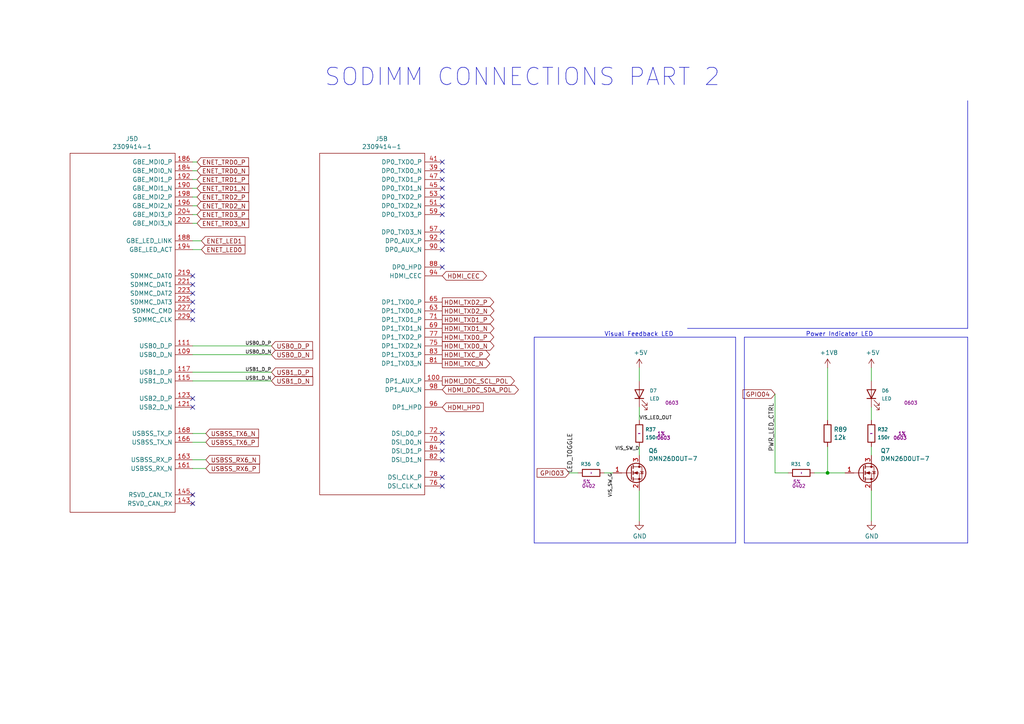
<source format=kicad_sch>
(kicad_sch (version 20231120) (generator "eeschema") (generator_version "8.0")
  (paper "A4")
  (title_block (title "Open Source Educational Baseboard") (date "2020-06-30") (rev "1.1") (company "NVIDIA"))
  (lib_symbols
    (symbol "CustomSymbols:SODIMM_260" (pin_names (offset 0.762))
      (property "Reference" "J" (at -8.89 7.62 0))
      (property "Value" "SODIMM_260" (at -8.89 5.08 0))
      (symbol "SODIMM_260_1_0"
        (pin input line (at 20.32 -27.94 180) (length 5.08) (name "PCIE0_RX0_N") (number "131"))
        (pin input line (at 20.32 -25.4 180) (length 5.08) (name "PCIE0_RX0_P") (number "133"))
        (pin output line (at 20.32 -5.08 180) (length 5.08) (name "PCIE0_TX0_N") (number "134"))
        (pin output line (at 20.32 -2.54 180) (length 5.08) (name "PCIE0_TX0_P") (number "136"))
        (pin input line (at 20.32 -33.02 180) (length 5.08) (name "PCIE0_RX1_N") (number "137"))
        (pin input line (at 20.32 -30.48 180) (length 5.08) (name "PCIE0_RX1_P") (number "139"))
        (pin output line (at 20.32 -10.16 180) (length 5.08) (name "PCIE0_TX1_N") (number "140"))
        (pin output line (at 20.32 -7.62 180) (length 5.08) (name "PCIE0_TX1_P") (number "142"))
        (pin output line (at 20.32 -15.24 180) (length 5.08) (name "PCIE0_TX2_N") (number "148"))
        (pin input line (at 20.32 -38.1 180) (length 5.08) (name "PCIE0_RX2_N") (number "149"))
        (pin output line (at 20.32 -12.7 180) (length 5.08) (name "PCIE0_TX2_P") (number "150"))
        (pin input line (at 20.32 -35.56 180) (length 5.08) (name "PCIE0_RX2_P") (number "151"))
        (pin output line (at 20.32 -20.32 180) (length 5.08) (name "PCIE0_TX3_N") (number "154"))
        (pin input line (at 20.32 -43.18 180) (length 5.08) (name "PCIE0_RX3_N") (number "155"))
        (pin output line (at 20.32 -17.78 180) (length 5.08) (name "PCIE0_TX3_P") (number "156"))
        (pin input line (at 20.32 -40.64 180) (length 5.08) (name "PCIE0_RX3_P") (number "157"))
        (pin output line (at 20.32 -50.8 180) (length 5.08) (name "PCIE0_CLK_N") (number "160"))
        (pin output line (at 20.32 -48.26 180) (length 5.08) (name "PCIE0_CLK_P") (number "162"))
        (pin no_connect line (at 20.32 -76.2 180) (length 5.08) (name "RSVD_PCIE1_RX0_N") (number "167"))
        (pin no_connect line (at 20.32 -73.66 180) (length 5.08) (name "RSVD_PCIE1_RX0_P") (number "169"))
        (pin no_connect line (at 20.32 -68.58 180) (length 5.08) (name "RSVD_PCIE1_TX0_N") (number "172"))
        (pin no_connect line (at 20.32 -81.28 180) (length 5.08) (name "RSVD_PCIE1_CLK_N") (number "173"))
        (pin no_connect line (at 20.32 -71.12 180) (length 5.08) (name "RSVD_PCIE1_TX0_P") (number "174"))
        (pin no_connect line (at 20.32 -78.74 180) (length 5.08) (name "RSVD_PCIE1_CLK_P") (number "175"))
        (pin input line (at 20.32 -60.96 180) (length 5.08) (name "~{PCIE_WAKE}") (number "179"))
        (pin bidirectional line (at 20.32 -58.42 180) (length 5.08) (name "~{PCIE0_CLKREQ}") (number "180"))
        (pin output line (at 20.32 -55.88 180) (length 5.08) (name "~{PCIE0_RST}") (number "181"))
        (pin no_connect line (at 20.32 -86.36 180) (length 5.08) (name "RSVD_PCIE1_CLKREQ#") (number "182"))
        (pin no_connect line (at 20.32 -83.82 180) (length 5.08) (name "RSVD_PCIE1_RST#") (number "183"))
      )
      (symbol "SODIMM_260_1_1"
        (rectangle (start 15.24 0) (end -15.24 -88.9))
      )
      (symbol "SODIMM_260_2_0"
        (pin bidirectional line (at 20.32 -66.04 180) (length 5.08) (name "DP1_AUX_P") (number "100"))
        (pin output line (at 20.32 -5.08 180) (length 5.08) (name "DP0_TXD0_N") (number "39"))
        (pin output line (at 20.32 -2.54 180) (length 5.08) (name "DP0_TXD0_P") (number "41"))
        (pin output line (at 20.32 -10.16 180) (length 5.08) (name "DP0_TXD1_N") (number "45"))
        (pin output line (at 20.32 -7.62 180) (length 5.08) (name "DP0_TXD1_P") (number "47"))
        (pin output line (at 20.32 -15.24 180) (length 5.08) (name "DP0_TXD2_N") (number "51"))
        (pin output line (at 20.32 -12.7 180) (length 5.08) (name "DP0_TXD2_P") (number "53"))
        (pin output line (at 20.32 -22.86 180) (length 5.08) (name "DP0_TXD3_N") (number "57"))
        (pin output line (at 20.32 -17.78 180) (length 5.08) (name "DP0_TXD3_P") (number "59"))
        (pin output line (at 20.32 -45.72 180) (length 5.08) (name "DP1_TXD0_N") (number "63"))
        (pin output line (at 20.32 -43.18 180) (length 5.08) (name "DP1_TXD0_P") (number "65"))
        (pin output line (at 20.32 -50.8 180) (length 5.08) (name "DP1_TXD1_N") (number "69"))
        (pin output line (at 20.32 -83.82 180) (length 5.08) (name "DSI_D0_N") (number "70"))
        (pin output line (at 20.32 -48.26 180) (length 5.08) (name "DP1_TXD1_P") (number "71"))
        (pin output line (at 20.32 -81.28 180) (length 5.08) (name "DSI_D0_P") (number "72"))
        (pin output line (at 20.32 -55.88 180) (length 5.08) (name "DP1_TXD2_N") (number "75"))
        (pin output line (at 20.32 -96.52 180) (length 5.08) (name "DSI_CLK_N") (number "76"))
        (pin output line (at 20.32 -53.34 180) (length 5.08) (name "DP1_TXD2_P") (number "77"))
        (pin output line (at 20.32 -93.98 180) (length 5.08) (name "DSI_CLK_P") (number "78"))
        (pin output line (at 20.32 -60.96 180) (length 5.08) (name "DP1_TXD3_N") (number "81"))
        (pin output line (at 20.32 -88.9 180) (length 5.08) (name "DSI_D1_N") (number "82"))
        (pin output line (at 20.32 -58.42 180) (length 5.08) (name "DP1_TXD3_P") (number "83"))
        (pin output line (at 20.32 -86.36 180) (length 5.08) (name "DSI_D1_P") (number "84"))
        (pin input line (at 20.32 -33.02 180) (length 5.08) (name "DP0_HPD") (number "88"))
        (pin bidirectional line (at 20.32 -27.94 180) (length 5.08) (name "DP0_AUX_N") (number "90"))
        (pin bidirectional line (at 20.32 -25.4 180) (length 5.08) (name "DP0_AUX_P") (number "92"))
        (pin bidirectional line (at 20.32 -35.56 180) (length 5.08) (name "HDMI_CEC") (number "94"))
        (pin input line (at 20.32 -73.66 180) (length 5.08) (name "DP1_HPD") (number "96"))
        (pin bidirectional line (at 20.32 -68.58 180) (length 5.08) (name "DP1_AUX_N") (number "98"))
      )
      (symbol "SODIMM_260_2_1"
        (rectangle (start 15.24 0) (end -15.24 -99.06))
      )
      (symbol "SODIMM_260_3_0"
        (polyline (pts (xy 1.27 -138.43) (xy 1.27 -143.51)))
        (polyline (pts (xy 1.27 -125.73) (xy 1.27 -135.89)))
        (text "1.8V" (at -2.54 -130.81 0) (effects (font (size 1.524 1.524))))
        (text "3.3V" (at -2.54 -140.97 0) (effects (font (size 1.524 1.524))))
        (pin input line (at 20.32 -17.78 180) (length 5.08) (name "CSI0_CLK_N") (number "10"))
        (pin no_connect line (at 20.32 -38.1 180) (length 5.08) (name "RSVD_CSI1_CLK_P") (number "11"))
        (pin output line (at 20.32 -129.54 180) (length 5.08) (name "CAM0_PWDN") (number "114"))
        (pin output line (at 20.32 -127 180) (length 5.08) (name "CAM0_MCLK") (number "116"))
        (pin input line (at 20.32 -15.24 180) (length 5.08) (name "CSI0_CLK_P") (number "12"))
        (pin output line (at 20.32 -134.62 180) (length 5.08) (name "CAM1_PWDN") (number "120"))
        (pin output line (at 20.32 -132.08 180) (length 5.08) (name "CAM1_MCLK") (number "122"))
        (pin input line (at 20.32 -33.02 180) (length 5.08) (name "CSI1_D1_N") (number "15"))
        (pin input line (at 20.32 -10.16 180) (length 5.08) (name "CSI0_D1_N") (number "16"))
        (pin input line (at 20.32 -30.48 180) (length 5.08) (name "CSI1_D1_P") (number "17"))
        (pin input line (at 20.32 -7.62 180) (length 5.08) (name "CSI0_D1_P") (number "18"))
        (pin input line (at 20.32 -73.66 180) (length 5.08) (name "CSI3_D0_N") (number "21"))
        (pin bidirectional line (at 20.32 -139.7 180) (length 5.08) (name "CAM_I2C_SCL") (number "213"))
        (pin bidirectional line (at 20.32 -142.24 180) (length 5.08) (name "CAM_I2C_SDA") (number "215"))
        (pin input line (at 20.32 -50.8 180) (length 5.08) (name "CSI2_D0_N") (number "22"))
        (pin input line (at 20.32 -71.12 180) (length 5.08) (name "CSI3_D0_P") (number "23"))
        (pin input line (at 20.32 -48.26 180) (length 5.08) (name "CSI2_D0_P") (number "24"))
        (pin input line (at 20.32 -86.36 180) (length 5.08) (name "CSI3_CLK_N") (number "27"))
        (pin input line (at 20.32 -63.5 180) (length 5.08) (name "CSI2_CLK_N") (number "28"))
        (pin input line (at 20.32 -83.82 180) (length 5.08) (name "CSI3_CLK_P") (number "29"))
        (pin input line (at 20.32 -27.94 180) (length 5.08) (name "CSI1_D0_N") (number "3"))
        (pin input line (at 20.32 -60.96 180) (length 5.08) (name "CSI2_CLK_P") (number "30"))
        (pin input line (at 20.32 -78.74 180) (length 5.08) (name "CSI3_D1_N") (number "33"))
        (pin input line (at 20.32 -55.88 180) (length 5.08) (name "CSI2_D1_N") (number "34"))
        (pin input line (at 20.32 -76.2 180) (length 5.08) (name "CSI3_D1_P") (number "35"))
        (pin input line (at 20.32 -53.34 180) (length 5.08) (name "CSI2_D1_P") (number "36"))
        (pin input line (at 20.32 -5.08 180) (length 5.08) (name "CSI0_D0_N") (number "4"))
        (pin input line (at 20.32 -106.68 180) (length 5.08) (name "CSI4_D2_N") (number "40"))
        (pin input line (at 20.32 -104.14 180) (length 5.08) (name "CSI4_D2_P") (number "42"))
        (pin input line (at 20.32 -96.52 180) (length 5.08) (name "CSI4_D0_N") (number "46"))
        (pin input line (at 20.32 -93.98 180) (length 5.08) (name "CSI4_D0_P") (number "48"))
        (pin input line (at 20.32 -25.4 180) (length 5.08) (name "CSI1_D0_P") (number "5"))
        (pin input line (at 20.32 -119.38 180) (length 5.08) (name "CSI4_CLK_N") (number "52"))
        (pin input line (at 20.32 -116.84 180) (length 5.08) (name "CSI4_CLK_P") (number "54"))
        (pin input line (at 20.32 -101.6 180) (length 5.08) (name "CSI4_D1_N") (number "58"))
        (pin input line (at 20.32 -2.54 180) (length 5.08) (name "CSI0_D0_P") (number "6"))
        (pin input line (at 20.32 -99.06 180) (length 5.08) (name "CSI4_D1_P") (number "60"))
        (pin input line (at 20.32 -111.76 180) (length 5.08) (name "CSI4_D3_N") (number "64"))
        (pin input line (at 20.32 -109.22 180) (length 5.08) (name "CSI4_D3_P") (number "66"))
        (pin no_connect line (at 20.32 -40.64 180) (length 5.08) (name "RSVD_CSI1_CLK_N") (number "9"))
      )
      (symbol "SODIMM_260_3_1"
        (rectangle (start 15.24 0) (end -15.24 -144.78))
      )
      (symbol "SODIMM_260_4_0"
        (pin bidirectional line (at 20.32 -58.42 180) (length 5.08) (name "USB0_D_N") (number "109"))
        (pin bidirectional line (at 20.32 -55.88 180) (length 5.08) (name "USB0_D_P") (number "111"))
        (pin bidirectional line (at 20.32 -66.04 180) (length 5.08) (name "USB1_D_N") (number "115"))
        (pin bidirectional line (at 20.32 -63.5 180) (length 5.08) (name "USB1_D_P") (number "117"))
        (pin bidirectional line (at 20.32 -73.66 180) (length 5.08) (name "USB2_D_N") (number "121"))
        (pin bidirectional line (at 20.32 -71.12 180) (length 5.08) (name "USB2_D_P") (number "123"))
        (pin no_connect line (at 20.32 -101.6 180) (length 5.08) (name "RSVD_CAN_RX") (number "143"))
        (pin no_connect line (at 20.32 -99.06 180) (length 5.08) (name "RSVD_CAN_TX") (number "145"))
        (pin input line (at 20.32 -91.44 180) (length 5.08) (name "USBSS_RX_N") (number "161"))
        (pin input line (at 20.32 -88.9 180) (length 5.08) (name "USBSS_RX_P") (number "163"))
        (pin output line (at 20.32 -83.82 180) (length 5.08) (name "USBSS_TX_N") (number "166"))
        (pin output line (at 20.32 -81.28 180) (length 5.08) (name "USBSS_TX_P") (number "168"))
        (pin bidirectional line (at 20.32 -5.08 180) (length 5.08) (name "GBE_MDI0_N") (number "184"))
        (pin bidirectional line (at 20.32 -2.54 180) (length 5.08) (name "GBE_MDI0_P") (number "186"))
        (pin output line (at 20.32 -25.4 180) (length 5.08) (name "GBE_LED_LINK") (number "188"))
        (pin bidirectional line (at 20.32 -10.16 180) (length 5.08) (name "GBE_MDI1_N") (number "190"))
        (pin bidirectional line (at 20.32 -7.62 180) (length 5.08) (name "GBE_MDI1_P") (number "192"))
        (pin output line (at 20.32 -27.94 180) (length 5.08) (name "GBE_LED_ACT") (number "194"))
        (pin bidirectional line (at 20.32 -15.24 180) (length 5.08) (name "GBE_MDI2_N") (number "196"))
        (pin bidirectional line (at 20.32 -12.7 180) (length 5.08) (name "GBE_MDI2_P") (number "198"))
        (pin bidirectional line (at 20.32 -20.32 180) (length 5.08) (name "GBE_MDI3_N") (number "202"))
        (pin bidirectional line (at 20.32 -17.78 180) (length 5.08) (name "GBE_MDI3_P") (number "204"))
        (pin bidirectional line (at 20.32 -35.56 180) (length 5.08) (name "SDMMC_DAT0") (number "219"))
        (pin bidirectional line (at 20.32 -38.1 180) (length 5.08) (name "SDMMC_DAT1") (number "221"))
        (pin bidirectional line (at 20.32 -40.64 180) (length 5.08) (name "SDMMC_DAT2") (number "223"))
        (pin bidirectional line (at 20.32 -43.18 180) (length 5.08) (name "SDMMC_DAT3") (number "225"))
        (pin bidirectional line (at 20.32 -45.72 180) (length 5.08) (name "SDMMC_CMD") (number "227"))
        (pin output line (at 20.32 -48.26 180) (length 5.08) (name "SDMMC_CLK") (number "229"))
      )
      (symbol "SODIMM_260_4_1"
        (rectangle (start 15.24 0) (end -15.24 -104.14))
      )
      (symbol "SODIMM_260_5_0"
        (polyline (pts (xy -3.81 -113.03) (xy -3.81 -118.11)))
        (polyline (pts (xy 2.54 -100.33) (xy 2.54 -110.49)))
        (polyline (pts (xy 2.54 -87.63) (xy 2.54 -97.79)))
        (polyline (pts (xy 2.54 -69.85) (xy 2.54 -82.55)))
        (polyline (pts (xy 2.54 -54.61) (xy 2.54 -67.31)))
        (polyline (pts (xy 2.54 -39.37) (xy 2.54 -49.53)))
        (polyline (pts (xy 2.54 -26.67) (xy 2.54 -36.83)))
        (polyline (pts (xy 5.08 -16.51) (xy 5.08 -21.59)))
        (polyline (pts (xy 5.08 -1.27) (xy 5.08 -13.97)))
        (text "1.8V" (at -7.62 -115.57 0) (effects (font (size 1.524 1.524))))
        (text "1.8V" (at -1.27 -105.41 0) (effects (font (size 1.524 1.524))))
        (text "1.8V" (at -1.27 -92.71 0) (effects (font (size 1.524 1.524))))
        (text "1.8V" (at -1.27 -76.2 0) (effects (font (size 1.524 1.524))))
        (text "1.8V" (at -1.27 -60.96 0) (effects (font (size 1.524 1.524))))
        (text "1.8V" (at -1.27 -44.45 0) (effects (font (size 1.524 1.524))))
        (text "1.8V" (at -1.27 -31.75 0) (effects (font (size 1.524 1.524))))
        (text "1.8V" (at 1.27 -19.05 0) (effects (font (size 1.524 1.524))))
        (text "3.3V" (at 1.27 -11.43 0) (effects (font (size 1.524 1.524))))
        (text "3.3V" (at 1.27 -3.81 0) (effects (font (size 1.524 1.524))))
        (pin input line (at 20.32 -91.44 180) (length 5.08) (name "UART0_RXD") (number "101"))
        (pin output line (at 20.32 -93.98 180) (length 5.08) (name "UART0_RTS") (number "103"))
        (pin bidirectional line (at 20.32 -73.66 180) (length 5.08) (name "SPI1_MOSI") (number "104"))
        (pin input line (at 20.32 -96.52 180) (length 5.08) (name "UART0_CTS") (number "105"))
        (pin bidirectional line (at 20.32 -76.2 180) (length 5.08) (name "SPI1_SCK") (number "106"))
        (pin bidirectional line (at 20.32 -71.12 180) (length 5.08) (name "SPI1_MISO") (number "108"))
        (pin bidirectional line (at 20.32 -78.74 180) (length 5.08) (name "SPI1_CS0") (number "110"))
        (pin bidirectional line (at 20.32 -81.28 180) (length 5.08) (name "SPI1_CS1") (number "112"))
        (pin bidirectional line (at 20.32 -2.54 180) (length 5.08) (name "I2C0_SCL") (number "185"))
        (pin bidirectional line (at 20.32 -5.08 180) (length 5.08) (name "I2C0_SDA") (number "187"))
        (pin bidirectional line (at 20.32 -10.16 180) (length 5.08) (name "I2C1_SCL") (number "189"))
        (pin bidirectional line (at 20.32 -12.7 180) (length 5.08) (name "I2C1_SDA") (number "191"))
        (pin passive line (at 20.32 -27.94 180) (length 5.08) (name "I2S0_DOUT") (number "193"))
        (pin input line (at 20.32 -30.48 180) (length 5.08) (name "I2S0_DIN") (number "195"))
        (pin bidirectional line (at 20.32 -33.02 180) (length 5.08) (name "I2S0_FS") (number "197"))
        (pin bidirectional line (at 20.32 -35.56 180) (length 5.08) (name "I2S0_SCLK") (number "199"))
        (pin output line (at 20.32 -101.6 180) (length 5.08) (name "UART1_TXD") (number "203"))
        (pin input line (at 20.32 -104.14 180) (length 5.08) (name "UART1_RXD") (number "205"))
        (pin output line (at 20.32 -106.68 180) (length 5.08) (name "UART1_RTS") (number "207"))
        (pin input line (at 20.32 -109.22 180) (length 5.08) (name "UART1_CTS") (number "209"))
        (pin output line (at 20.32 -40.64 180) (length 5.08) (name "I2S1_DOUT") (number "220"))
        (pin input line (at 20.32 -43.18 180) (length 5.08) (name "I2S1_DIN") (number "222"))
        (pin bidirectional line (at 20.32 -45.72 180) (length 5.08) (name "I2S1_FS") (number "224"))
        (pin bidirectional line (at 20.32 -48.26 180) (length 5.08) (name "I2S1_SCLK") (number "226"))
        (pin bidirectional line (at 20.32 -17.78 180) (length 5.08) (name "I2C2_SCL") (number "232"))
        (pin bidirectional line (at 20.32 -20.32 180) (length 5.08) (name "I2C2_SDA") (number "234"))
        (pin output line (at 20.32 -116.84 180) (length 5.08) (name "UART2_TXD_DEBUG") (number "236"))
        (pin input line (at 20.32 -114.3 180) (length 5.08) (name "UART2_RXD_DEBUG") (number "238"))
        (pin bidirectional line (at 20.32 -58.42 180) (length 5.08) (name "SPI0_MOSI") (number "89"))
        (pin bidirectional line (at 20.32 -60.96 180) (length 5.08) (name "SPI0_SCK") (number "91"))
        (pin bidirectional line (at 20.32 -55.88 180) (length 5.08) (name "SPI0_MISO") (number "93"))
        (pin bidirectional line (at 20.32 -63.5 180) (length 5.08) (name "SPI0_CS0") (number "95"))
        (pin bidirectional line (at 20.32 -66.04 180) (length 5.08) (name "SPI0_CS1") (number "97"))
        (pin output line (at 20.32 -88.9 180) (length 5.08) (name "UART0_TXD") (number "99"))
      )
      (symbol "SODIMM_260_5_1"
        (rectangle (start 15.24 0) (end -15.24 -119.38))
      )
      (symbol "SODIMM_260_6_0"
        (pin bidirectional line (at 20.32 -30.48 180) (length 5.08) (name "GPIO01_CLK") (number "118"))
        (pin bidirectional line (at 20.32 -33.02 180) (length 5.08) (name "GPIO02") (number "124"))
        (pin bidirectional line (at 20.32 -35.56 180) (length 5.08) (name "GPIO03") (number "126"))
        (pin bidirectional line (at 20.32 -38.1 180) (length 5.08) (name "GPIO04") (number "127"))
        (pin bidirectional line (at 20.32 -40.64 180) (length 5.08) (name "GPIO05") (number "128"))
        (pin bidirectional line (at 20.32 -43.18 180) (length 5.08) (name "GPIO06") (number "130"))
        (pin output line (at 20.32 -10.16 180) (length 5.08) (name "~{MOD_SLEEP}") (number "178"))
        (pin bidirectional line (at 20.32 -45.72 180) (length 5.08) (name "GPIO07_PWM") (number "206"))
        (pin bidirectional line (at 20.32 -48.26 180) (length 5.08) (name "GPIO08_SDMMC_CD") (number "208"))
        (pin output line (at 20.32 -2.54 180) (length 5.08) (name "CLK_32K_OUT") (number "210"))
        (pin bidirectional line (at 20.32 -50.8 180) (length 5.08) (name "GPIO09_AUD_MCLK") (number "211"))
        (pin bidirectional line (at 20.32 -53.34 180) (length 5.08) (name "GPIO10") (number "212"))
        (pin input line (at 20.32 -5.08 180) (length 5.08) (name "~{FORCE_RECOVERY}") (number "214"))
        (pin bidirectional line (at 20.32 -55.88 180) (length 5.08) (name "GPIO11_CLK") (number "216"))
        (pin bidirectional line (at 20.32 -58.42 180) (length 5.08) (name "GPIO12") (number "218"))
        (pin bidirectional line (at 20.32 -60.96 180) (length 5.08) (name "GPIO13_PWM") (number "228"))
        (pin bidirectional line (at 20.32 -63.5 180) (length 5.08) (name "GPIO14_PWM") (number "230"))
        (pin output line (at 20.32 -7.62 180) (length 5.08) (name "~{SHUTDOWN_REQ}") (number "233"))
        (pin bidirectional line (at 20.32 -12.7 180) (length 5.08) (name "PMIC_BBAT") (number "235"))
        (pin input line (at 20.32 -15.24 180) (length 5.08) (name "POWER_EN") (number "237"))
        (pin bidirectional line (at 20.32 -20.32 180) (length 5.08) (name "~{SYS_RESET}") (number "239"))
        (pin output line (at 20.32 -17.78 180) (length 5.08) (name "~{SLEEP_WAKE}") (number "240"))
        (pin bidirectional line (at 20.32 -27.94 180) (length 5.08) (name "GPIO00_USB_VBUS_EN0") (number "87"))
      )
      (symbol "SODIMM_260_6_1"
        (rectangle (start 15.24 0) (end -15.24 -66.04))
      )
      (symbol "SODIMM_260_7_0"
        (pin power_in line (at 20.32 -2.54 180) (length 5.08) (name "GND") (number "1"))
        (pin power_in line (at 20.32 -78.74 180) (length 5.08) (name "GND") (number "102"))
        (pin power_in line (at 20.32 -81.28 180) (length 5.08) (name "GND") (number "107"))
        (pin power_in line (at 20.32 -83.82 180) (length 5.08) (name "GND") (number "113"))
        (pin power_in line (at 20.32 -86.36 180) (length 5.08) (name "GND") (number "119"))
        (pin power_in line (at 20.32 -88.9 180) (length 5.08) (name "GND") (number "125"))
        (pin power_in line (at 20.32 -91.44 180) (length 5.08) (name "GND") (number "129"))
        (pin power_in line (at 20.32 -12.7 180) (length 5.08) (name "GND") (number "13"))
        (pin power_in line (at 20.32 -93.98 180) (length 5.08) (name "GND") (number "132"))
        (pin power_in line (at 20.32 -96.52 180) (length 5.08) (name "GND") (number "135"))
        (pin power_in line (at 20.32 -99.06 180) (length 5.08) (name "GND") (number "138"))
        (pin power_in line (at 20.32 -15.24 180) (length 5.08) (name "GND") (number "14"))
        (pin power_in line (at 20.32 -101.6 180) (length 5.08) (name "GND") (number "141"))
        (pin power_in line (at 20.32 -104.14 180) (length 5.08) (name "GND") (number "144"))
        (pin power_in line (at 20.32 -106.68 180) (length 5.08) (name "GND") (number "146"))
        (pin power_in line (at 20.32 -109.22 180) (length 5.08) (name "GND") (number "147"))
        (pin power_in line (at 20.32 -111.76 180) (length 5.08) (name "GND") (number "152"))
        (pin power_in line (at 20.32 -114.3 180) (length 5.08) (name "GND") (number "153"))
        (pin power_in line (at 20.32 -116.84 180) (length 5.08) (name "GND") (number "158"))
        (pin power_in line (at 20.32 -119.38 180) (length 5.08) (name "GND") (number "159"))
        (pin power_in line (at 20.32 -121.92 180) (length 5.08) (name "GND") (number "164"))
        (pin power_in line (at 20.32 -124.46 180) (length 5.08) (name "GND") (number "165"))
        (pin power_in line (at 20.32 -127 180) (length 5.08) (name "GND") (number "170"))
        (pin power_in line (at 20.32 -129.54 180) (length 5.08) (name "GND") (number "171"))
        (pin power_in line (at 20.32 -132.08 180) (length 5.08) (name "GND") (number "176"))
        (pin power_in line (at 20.32 -134.62 180) (length 5.08) (name "GND") (number "177"))
        (pin power_in line (at 20.32 -17.78 180) (length 5.08) (name "GND") (number "19"))
        (pin power_in line (at 20.32 -5.08 180) (length 5.08) (name "GND") (number "2"))
        (pin power_in line (at 20.32 -20.32 180) (length 5.08) (name "GND") (number "20"))
        (pin power_in line (at 20.32 -137.16 180) (length 5.08) (name "GND") (number "200"))
        (pin power_in line (at 20.32 -139.7 180) (length 5.08) (name "GND") (number "201"))
        (pin power_in line (at 20.32 -142.24 180) (length 5.08) (name "GND") (number "217"))
        (pin power_in line (at 20.32 -144.78 180) (length 5.08) (name "GND") (number "231"))
        (pin power_in line (at 20.32 -22.86 180) (length 5.08) (name "GND") (number "25"))
        (pin power_in line (at 20.32 -25.4 180) (length 5.08) (name "GND") (number "26"))
        (pin power_in line (at 20.32 -27.94 180) (length 5.08) (name "GND") (number "31"))
        (pin power_in line (at 20.32 -30.48 180) (length 5.08) (name "GND") (number "32"))
        (pin power_in line (at 20.32 -33.02 180) (length 5.08) (name "GND") (number "37"))
        (pin power_in line (at 20.32 -35.56 180) (length 5.08) (name "GND") (number "38"))
        (pin power_in line (at 20.32 -38.1 180) (length 5.08) (name "GND") (number "43"))
        (pin power_in line (at 20.32 -40.64 180) (length 5.08) (name "GND") (number "44"))
        (pin power_in line (at 20.32 -43.18 180) (length 5.08) (name "GND") (number "49"))
        (pin power_in line (at 20.32 -45.72 180) (length 5.08) (name "GND") (number "50"))
        (pin power_in line (at 20.32 -48.26 180) (length 5.08) (name "GND") (number "55"))
        (pin power_in line (at 20.32 -50.8 180) (length 5.08) (name "GND") (number "56"))
        (pin power_in line (at 20.32 -53.34 180) (length 5.08) (name "GND") (number "61"))
        (pin power_in line (at 20.32 -55.88 180) (length 5.08) (name "GND") (number "62"))
        (pin power_in line (at 20.32 -58.42 180) (length 5.08) (name "GND") (number "67"))
        (pin power_in line (at 20.32 -60.96 180) (length 5.08) (name "GND") (number "68"))
        (pin power_in line (at 20.32 -7.62 180) (length 5.08) (name "GND") (number "7"))
        (pin power_in line (at 20.32 -63.5 180) (length 5.08) (name "GND") (number "73"))
        (pin power_in line (at 20.32 -66.04 180) (length 5.08) (name "GND") (number "74"))
        (pin power_in line (at 20.32 -68.58 180) (length 5.08) (name "GND") (number "79"))
        (pin power_in line (at 20.32 -10.16 180) (length 5.08) (name "GND") (number "8"))
        (pin power_in line (at 20.32 -71.12 180) (length 5.08) (name "GND") (number "80"))
        (pin power_in line (at 20.32 -73.66 180) (length 5.08) (name "GND") (number "85"))
        (pin power_in line (at 20.32 -76.2 180) (length 5.08) (name "GND") (number "86"))
      )
      (symbol "SODIMM_260_7_1"
        (rectangle (start 15.24 0) (end -15.24 -147.32))
      )
      (symbol "SODIMM_260_8_0"
        (pin power_in line (at 20.32 -33.02 180) (length 5.08) (name "GND") (number "241"))
        (pin power_in line (at 20.32 -35.56 180) (length 5.08) (name "GND") (number "242"))
        (pin power_in line (at 20.32 -38.1 180) (length 5.08) (name "GND") (number "243"))
        (pin power_in line (at 20.32 -40.64 180) (length 5.08) (name "GND") (number "244"))
        (pin power_in line (at 20.32 -43.18 180) (length 5.08) (name "GND") (number "245"))
        (pin power_in line (at 20.32 -45.72 180) (length 5.08) (name "GND") (number "246"))
        (pin power_in line (at 20.32 -48.26 180) (length 5.08) (name "GND") (number "247"))
        (pin power_in line (at 20.32 -50.8 180) (length 5.08) (name "GND") (number "248"))
        (pin power_in line (at 20.32 -53.34 180) (length 5.08) (name "GND") (number "249"))
        (pin power_in line (at 20.32 -55.88 180) (length 5.08) (name "GND") (number "250"))
        (pin power_in line (at 20.32 -2.54 180) (length 5.08) (name "VDD") (number "251"))
        (pin power_in line (at 20.32 -5.08 180) (length 5.08) (name "VDD") (number "252"))
        (pin power_in line (at 20.32 -7.62 180) (length 5.08) (name "VDD") (number "253"))
        (pin power_in line (at 20.32 -10.16 180) (length 5.08) (name "VDD") (number "254"))
        (pin power_in line (at 20.32 -12.7 180) (length 5.08) (name "VDD") (number "255"))
        (pin power_in line (at 20.32 -15.24 180) (length 5.08) (name "VDD") (number "256"))
        (pin power_in line (at 20.32 -17.78 180) (length 5.08) (name "VDD") (number "257"))
        (pin power_in line (at 20.32 -20.32 180) (length 5.08) (name "VDD") (number "258"))
        (pin power_in line (at 20.32 -22.86 180) (length 5.08) (name "VDD") (number "259"))
        (pin power_in line (at 20.32 -25.4 180) (length 5.08) (name "VDD") (number "260"))
      )
      (symbol "SODIMM_260_8_1"
        (rectangle (start 15.24 0) (end -15.24 -58.42))
      )
    )
    (symbol "Device:LED" (pin_numbers hide) (pin_names (offset 1.016) hide)
      (property "Reference" "D" (at 0 2.54 0))
      (property "Value" "LED" (at 0 -2.54 0))
      (symbol "LED_0_1"
        (polyline (pts (xy -1.27 -1.27) (xy -1.27 1.27)) (stroke (width 0.254)))
        (polyline (pts (xy -1.27 0) (xy 1.27 0)))
        (polyline (pts (xy 1.27 -1.27) (xy 1.27 1.27) (xy -1.27 0) (xy 1.27 -1.27)) (stroke (width 0.254)))
        (polyline (pts (xy -3.048 -0.762) (xy -4.572 -2.286) (xy -3.81 -2.286) (xy -4.572 -2.286) (xy -4.572 -1.524)))
        (polyline (pts (xy -1.778 -0.762) (xy -3.302 -2.286) (xy -2.54 -2.286) (xy -3.302 -2.286) (xy -3.302 -1.524)))
      )
      (symbol "LED_1_1"
        (pin passive line (at -3.81 0 0) (length 2.54) (name "K") (number "1"))
        (pin passive line (at 3.81 0 180) (length 2.54) (name "A") (number "2"))
      )
    )
    (symbol "Device:R" (pin_numbers hide) (pin_names (offset 0))
      (property "Reference" "R" (at 2.032 0 90))
      (property "Value" "R" (at 0 0 90))
      (symbol "R_0_1"
        (rectangle (start -1.016 -2.54) (end 1.016 2.54) (stroke (width 0.254)))
      )
      (symbol "R_1_1"
        (pin passive line (at 0 3.81 270) (length 1.27) (name "~") (number "1"))
        (pin passive line (at 0 -3.81 90) (length 1.27) (name "~") (number "2"))
      )
    )
    (symbol "Transistor_FET:2N7002" (pin_names hide)
      (property "Reference" "Q" (at 5.08 1.905 0))
      (property "Value" "2N7002" (at 5.08 0 0))
      (symbol "2N7002_0_1"
        (polyline (pts (xy 0.254 0) (xy -2.54 0)))
        (polyline (pts (xy 0.254 1.905) (xy 0.254 -1.905)) (stroke (width 0.254)))
        (polyline (pts (xy 0.762 -1.27) (xy 0.762 -2.286)) (stroke (width 0.254)))
        (polyline (pts (xy 0.762 0.508) (xy 0.762 -0.508)) (stroke (width 0.254)))
        (polyline (pts (xy 0.762 2.286) (xy 0.762 1.27)) (stroke (width 0.254)))
        (polyline (pts (xy 2.54 2.54) (xy 2.54 1.778)))
        (polyline (pts (xy 2.54 -2.54) (xy 2.54 0) (xy 0.762 0)))
        (polyline (pts (xy 0.762 -1.778) (xy 3.302 -1.778) (xy 3.302 1.778) (xy 0.762 1.778)))
        (polyline (pts (xy 1.016 0) (xy 2.032 0.381) (xy 2.032 -0.381) (xy 1.016 0)) (fill (type outline)))
        (polyline (pts (xy 2.794 0.508) (xy 2.921 0.381) (xy 3.683 0.381) (xy 3.81 0.254)))
        (polyline (pts (xy 3.302 0.381) (xy 2.921 -0.254) (xy 3.683 -0.254) (xy 3.302 0.381)))
        (circle (center 1.651 0) (radius 2.794) (stroke (width 0.254)))
        (circle (center 2.54 -1.778) (radius 0.254) (fill (type outline)))
        (circle (center 2.54 1.778) (radius 0.254) (fill (type outline)))
      )
      (symbol "2N7002_1_1"
        (pin input line (at -5.08 0 0) (length 2.54) (name "G") (number "1"))
        (pin passive line (at 2.54 -5.08 90) (length 2.54) (name "S") (number "2"))
        (pin passive line (at 2.54 5.08 270) (length 2.54) (name "D") (number "3"))
      )
    )
    (symbol "power:+1V8" (power) (pin_names (offset 0))
      (property "Value" "+1V8" (at 0 3.556 0))
      (symbol "+1V8_0_1"
        (polyline (pts (xy -0.762 1.27) (xy 0 2.54)))
        (polyline (pts (xy 0 0) (xy 0 2.54)))
        (polyline (pts (xy 0 2.54) (xy 0.762 1.27)))
      )
      (symbol "+1V8_1_1"
        (pin power_in line (at 0 0 90) (length 0) hide (name "+1V8") (number "1"))
      )
    )
    (symbol "power:+5V" (power) (pin_names (offset 0))
      (property "Value" "+5V" (at 0 3.556 0))
      (symbol "+5V_0_1"
        (polyline (pts (xy -0.762 1.27) (xy 0 2.54)))
        (polyline (pts (xy 0 0) (xy 0 2.54)))
        (polyline (pts (xy 0 2.54) (xy 0.762 1.27)))
      )
      (symbol "+5V_1_1"
        (pin power_in line (at 0 0 90) (length 0) hide (name "+5V") (number "1"))
      )
    )
    (symbol "power:GND" (power) (pin_names (offset 0))
      (property "Value" "GND" (at 0 -3.81 0))
      (symbol "GND_0_1"
        (polyline (pts (xy 0 0) (xy 0 -1.27) (xy 1.27 -1.27) (xy 0 -2.54) (xy -1.27 -1.27) (xy 0 -1.27)))
      )
      (symbol "GND_1_1"
        (pin power_in line (at 0 0 270) (length 0) hide (name "GND") (number "1"))
      )
    )
  )
  (junction (at 240.03 137.16))
  (no_connect (at 55.88 143.51))
  (no_connect (at 55.88 80.01))
  (no_connect (at 128.27 77.47))
  (no_connect (at 128.27 72.39))
  (no_connect (at 55.88 146.05))
  (no_connect (at 55.88 92.71))
  (no_connect (at 128.27 140.97))
  (no_connect (at 128.27 138.43))
  (no_connect (at 55.88 82.55))
  (no_connect (at 128.27 69.85))
  (no_connect (at 128.27 59.69))
  (no_connect (at 128.27 67.31))
  (no_connect (at 128.27 62.23))
  (no_connect (at 128.27 133.35))
  (no_connect (at 55.88 87.63))
  (no_connect (at 128.27 125.73))
  (no_connect (at 128.27 57.15))
  (no_connect (at 55.88 90.17))
  (no_connect (at 55.88 85.09))
  (no_connect (at 128.27 128.27))
  (no_connect (at 55.88 118.11))
  (no_connect (at 55.88 115.57))
  (no_connect (at 128.27 54.61))
  (no_connect (at 128.27 49.53))
  (no_connect (at 128.27 52.07))
  (no_connect (at 128.27 46.99))
  (no_connect (at 128.27 130.81))
  (wire (pts (xy 55.88 57.15) (xy 57.15 57.15)))
  (polyline (pts (xy 280.67 157.48) (xy 280.67 97.79)))
  (wire (pts (xy 55.88 128.27) (xy 59.69 128.27)))
  (wire (pts (xy 185.42 118.11) (xy 185.42 121.92)))
  (wire (pts (xy 55.88 100.33) (xy 78.74 100.33)))
  (polyline (pts (xy 280.67 95.25) (xy 280.67 29.21)))
  (wire (pts (xy 55.88 110.49) (xy 78.74 110.49)))
  (polyline (pts (xy 154.94 157.48) (xy 213.36 157.48)))
  (wire (pts (xy 175.26 137.16) (xy 177.8 137.16)))
  (polyline (pts (xy 215.9 97.79) (xy 280.67 97.79)))
  (wire (pts (xy 55.88 49.53) (xy 57.15 49.53)))
  (wire (pts (xy 252.73 106.68) (xy 252.73 110.49)))
  (wire (pts (xy 55.88 133.35) (xy 59.69 133.35)))
  (wire (pts (xy 240.03 137.16) (xy 245.11 137.16)))
  (wire (pts (xy 55.88 69.85) (xy 58.42 69.85)))
  (wire (pts (xy 165.1 137.16) (xy 167.64 137.16)))
  (polyline (pts (xy 154.94 97.79) (xy 154.94 157.48)))
  (polyline (pts (xy 213.36 97.79) (xy 213.36 157.48)))
  (wire (pts (xy 55.88 125.73) (xy 59.69 125.73)))
  (wire (pts (xy 185.42 132.08) (xy 185.42 129.54)))
  (wire (pts (xy 224.79 114.3) (xy 224.79 137.16)))
  (wire (pts (xy 55.88 102.87) (xy 78.74 102.87)))
  (wire (pts (xy 236.22 137.16) (xy 240.03 137.16)))
  (wire (pts (xy 252.73 142.24) (xy 252.73 151.13)))
  (wire (pts (xy 252.73 118.11) (xy 252.73 121.92)))
  (wire (pts (xy 55.88 107.95) (xy 78.74 107.95)))
  (wire (pts (xy 252.73 129.54) (xy 252.73 132.08)))
  (wire (pts (xy 224.79 137.16) (xy 228.6 137.16)))
  (wire (pts (xy 55.88 46.99) (xy 57.15 46.99)))
  (wire (pts (xy 240.03 106.68) (xy 240.03 121.92)))
  (polyline (pts (xy 215.9 97.79) (xy 215.9 157.48)))
  (wire (pts (xy 55.88 135.89) (xy 59.69 135.89)))
  (wire (pts (xy 55.88 54.61) (xy 57.15 54.61)))
  (wire (pts (xy 55.88 72.39) (xy 58.42 72.39)))
  (polyline (pts (xy 215.9 157.48) (xy 280.67 157.48)))
  (polyline (pts (xy 154.94 97.79) (xy 213.36 97.79)))
  (wire (pts (xy 55.88 59.69) (xy 57.15 59.69)))
  (wire (pts (xy 240.03 137.16) (xy 240.03 129.54)))
  (wire (pts (xy 185.42 142.24) (xy 185.42 151.13)))
  (wire (pts (xy 55.88 52.07) (xy 57.15 52.07)))
  (wire (pts (xy 55.88 64.77) (xy 57.15 64.77)))
  (wire (pts (xy 55.88 62.23) (xy 57.15 62.23)))
  (polyline (pts (xy 199.39 95.25) (xy 280.67 95.25)))
  (wire (pts (xy 185.42 106.68) (xy 185.42 110.49)))
  (text "Power Indicator LED\n" (at 233.68 97.79 0) (effects (font (size 1.27 1.27)) (justify left bottom)))
  (text "Visual Feedback LED\n" (at 175.26 97.79 0) (effects (font (size 1.27 1.27)) (justify left bottom)))
  (text "SODIMM CONNECTIONS PART 2" (at 93.98 25.4 0) (effects (font (size 5.0038 5.0038)) (justify left bottom)))
  (label "USB0_D_P" (at 71.12 100.33 0) (effects (font (size 0.9906 0.9906))))
  (label "LED_TOGGLE" (at 166.37 137.16 90))
  (label "VIS_SW_D" (at 185.42 130.81 180) (effects (font (size 0.9906 0.9906))))
  (label "USB0_D_N" (at 71.12 102.87 0) (effects (font (size 0.9906 0.9906))))
  (label "VIS_SW_G" (at 177.8 137.16 270) (effects (font (size 0.9906 0.9906))))
  (label "USB1_D_N" (at 71.12 110.49 0) (effects (font (size 0.9906 0.9906))))
  (label "USB1_D_P" (at 71.12 107.95 0) (effects (font (size 0.9906 0.9906))))
  (label "PWR_LED_CTRL" (at 224.79 116.84 270))
  (label "VIS_LED_OUT" (at 185.42 121.92 0) (effects (font (size 0.9906 0.9906))))
  (global_label "GPIO03" (shape input) (at 165.1 137.16 180) (property "Intersheetrefs" "${INTERSHEET_REFS}" (effects (hide yes))))
  (global_label "HDMI_TXD2_P" (shape output) (at 128.27 87.63 0) (property "Intersheetrefs" "${INTERSHEET_REFS}" (effects (hide yes))))
  (global_label "HDMI_DDC_SCL_POL" (shape output) (at 128.27 110.49 0) (property "Intersheetrefs" "${INTERSHEET_REFS}" (effects (hide yes))))
  (global_label "HDMI_TXC_P" (shape output) (at 128.27 102.87 0) (property "Intersheetrefs" "${INTERSHEET_REFS}" (effects (hide yes))))
  (global_label "ENET_TRD3_P" (shape input) (at 57.15 62.23 0) (property "Intersheetrefs" "${INTERSHEET_REFS}" (effects (hide yes))))
  (global_label "GPIO04" (shape input) (at 224.79 114.3 180) (property "Intersheetrefs" "${INTERSHEET_REFS}" (effects (hide yes))))
  (global_label "HDMI_TXD1_P" (shape output) (at 128.27 92.71 0) (property "Intersheetrefs" "${INTERSHEET_REFS}" (effects (hide yes))))
  (global_label "HDMI_TXD1_N" (shape output) (at 128.27 95.25 0) (property "Intersheetrefs" "${INTERSHEET_REFS}" (effects (hide yes))))
  (global_label "ENET_LED0" (shape input) (at 58.42 72.39 0) (property "Intersheetrefs" "${INTERSHEET_REFS}" (effects (hide yes))))
  (global_label "ENET_TRD1_P" (shape input) (at 57.15 52.07 0) (property "Intersheetrefs" "${INTERSHEET_REFS}" (effects (hide yes))))
  (global_label "USBSS_RX6_N" (shape input) (at 59.69 133.35 0) (property "Intersheetrefs" "${INTERSHEET_REFS}" (effects (hide yes))))
  (global_label "ENET_TRD0_P" (shape input) (at 57.15 46.99 0) (property "Intersheetrefs" "${INTERSHEET_REFS}" (effects (hide yes))))
  (global_label "HDMI_HPD" (shape input) (at 128.27 118.11 0) (property "Intersheetrefs" "${INTERSHEET_REFS}" (effects (hide yes))))
  (global_label "USB1_D_N" (shape input) (at 78.74 110.49 0) (property "Intersheetrefs" "${INTERSHEET_REFS}" (effects (hide yes))))
  (global_label "HDMI_DDC_SDA_POL" (shape bidirectional) (at 128.27 113.03 0) (property "Intersheetrefs" "${INTERSHEET_REFS}" (effects (hide yes))))
  (global_label "USB0_D_N" (shape input) (at 78.74 102.87 0) (property "Intersheetrefs" "${INTERSHEET_REFS}" (effects (hide yes))))
  (global_label "ENET_TRD1_N" (shape input) (at 57.15 54.61 0) (property "Intersheetrefs" "${INTERSHEET_REFS}" (effects (hide yes))))
  (global_label "USBSS_TX6_P" (shape input) (at 59.69 128.27 0) (property "Intersheetrefs" "${INTERSHEET_REFS}" (effects (hide yes))))
  (global_label "HDMI_TXD0_N" (shape output) (at 128.27 100.33 0) (property "Intersheetrefs" "${INTERSHEET_REFS}" (effects (hide yes))))
  (global_label "ENET_LED1" (shape input) (at 58.42 69.85 0) (property "Intersheetrefs" "${INTERSHEET_REFS}" (effects (hide yes))))
  (global_label "ENET_TRD2_N" (shape input) (at 57.15 59.69 0) (property "Intersheetrefs" "${INTERSHEET_REFS}" (effects (hide yes))))
  (global_label "USB0_D_P" (shape input) (at 78.74 100.33 0) (property "Intersheetrefs" "${INTERSHEET_REFS}" (effects (hide yes))))
  (global_label "USBSS_TX6_N" (shape input) (at 59.69 125.73 0) (property "Intersheetrefs" "${INTERSHEET_REFS}" (effects (hide yes))))
  (global_label "ENET_TRD3_N" (shape input) (at 57.15 64.77 0) (property "Intersheetrefs" "${INTERSHEET_REFS}" (effects (hide yes))))
  (global_label "HDMI_CEC" (shape bidirectional) (at 128.27 80.01 0) (property "Intersheetrefs" "${INTERSHEET_REFS}" (effects (hide yes))))
  (global_label "HDMI_TXC_N" (shape output) (at 128.27 105.41 0) (property "Intersheetrefs" "${INTERSHEET_REFS}" (effects (hide yes))))
  (global_label "ENET_TRD2_P" (shape input) (at 57.15 57.15 0) (property "Intersheetrefs" "${INTERSHEET_REFS}" (effects (hide yes))))
  (global_label "HDMI_TXD2_N" (shape output) (at 128.27 90.17 0) (property "Intersheetrefs" "${INTERSHEET_REFS}" (effects (hide yes))))
  (global_label "ENET_TRD0_N" (shape input) (at 57.15 49.53 0) (property "Intersheetrefs" "${INTERSHEET_REFS}" (effects (hide yes))))
  (global_label "USB1_D_P" (shape input) (at 78.74 107.95 0) (property "Intersheetrefs" "${INTERSHEET_REFS}" (effects (hide yes))))
  (global_label "HDMI_TXD0_P" (shape output) (at 128.27 97.79 0) (property "Intersheetrefs" "${INTERSHEET_REFS}" (effects (hide yes))))
  (global_label "USBSS_RX6_P" (shape input) (at 59.69 135.89 0) (property "Intersheetrefs" "${INTERSHEET_REFS}" (effects (hide yes))))
  (symbol (lib_id "Device:R") (at 252.73 125.73 0) (unit 1)
    (property "Reference" "R32" (at 254.508 124.5616 0) (effects (font (size 0.9906 0.9906)) (justify left)))
    (property "Value" "150r" (at 254.508 126.873 0) (effects (font (size 0.9906 0.9906)) (justify left)))
    (property "Footprint" "Resistor_SMD:R_0603_1608Metric" (effects (hide yes)))
    (property "Datasheet" "~" (at 252.73 125.73 0) (effects (font (size 0.9906 0.9906))))
    (property "Package" "0603" (at 259.08 127 0) (effects (font (size 0.9906 0.9906)) (justify left)))
    (property "Tolerance" "1%" (at 261.62 125.73 0) (effects (font (size 0.9906 0.9906))))
    (property "MPN" "0603WAF1500T5E " (effects (hide yes)))
  )
  (symbol (lib_id "Device:LED") (at 252.73 114.3 90) (unit 1)
    (property "Reference" "D6" (at 255.7272 113.3094 90) (effects (font (size 0.9906 0.9906)) (justify right)))
    (property "Value" "LED" (at 255.7272 115.6208 90) (effects (font (size 0.9906 0.9906)) (justify right)))
    (property "Footprint" "LED_SMD:LED_0603_1608Metric" (effects (hide yes)))
    (property "Description" "XL-1608UGC-04 " (effects (hide yes)))
    (property "Package" "0603" (at 264.16 116.84 90) (effects (font (size 0.9906 0.9906))))
    (property "MPN" "XL-1608UGC-04 " (effects (hide yes)))
    (property "Manufacturer" "C965804" (effects (hide yes)))
  )
  (symbol (lib_id "power:+5V") (at 252.73 106.68 0) (unit 1)
    (property "Reference" "#PWR069" (effects (hide yes)))
    (property "Value" "+5V" (at 253.111 102.2858 0))
  )
  (symbol (lib_id "power:GND") (at 252.73 151.13 0) (unit 1)
    (property "Reference" "#PWR070" (effects (hide yes)))
    (property "Value" "GND" (at 252.857 155.5242 0))
  )
  (symbol (lib_id "CustomSymbols:SODIMM_260") (at 107.95 44.45 0) (unit 2)
    (property "Reference" "J5" (at 110.6932 40.259 0))
    (property "Value" "2309414-1" (at 110.6932 42.5704 0))
    (property "Footprint" "Custom Footprints:SODIMM-DDR4_8mm-NANO" (effects (hide yes)))
    (property "Description" "2309414-1" (effects (hide yes)))
    (property "MPN" "2309414-1" (effects (hide yes)))
    (property "Manufacturer" "C5248444" (effects (hide yes)))
    (property "small cheap alt" "ADDR0205-P001A" (effects (hide yes)))
  )
  (symbol (lib_id "CustomSymbols:SODIMM_260") (at 35.56 44.45 0) (unit 4)
    (property "Reference" "J5" (at 38.3032 40.259 0))
    (property "Value" "2309414-1" (at 38.3032 42.5704 0))
    (property "Footprint" "Custom Footprints:SODIMM-DDR4_8mm-NANO" (effects (hide yes)))
    (property "Description" "2309414-1" (effects (hide yes)))
    (property "MPN" "2309414-1" (effects (hide yes)))
    (property "Manufacturer" "C5248444" (effects (hide yes)))
    (property "small cheap alt" "ADDR0205-P001A" (effects (hide yes)))
  )
  (symbol (lib_id "Device:R") (at 232.41 137.16 90) (unit 1)
    (property "Reference" "R31" (at 232.41 134.62 90) (effects (font (size 0.9906 0.9906)) (justify left)))
    (property "Value" "0" (at 234.95 134.62 90) (effects (font (size 0.9906 0.9906)) (justify left)))
    (property "Footprint" "Resistor_SMD:R_0402_1005Metric" (effects (hide yes)))
    (property "Datasheet" "~" (at 232.41 137.16 0) (effects (font (size 0.9906 0.9906))))
    (property "Package" "0402" (at 233.68 140.97 90) (effects (font (size 0.9906 0.9906)) (justify left)))
    (property "Tolerance" "5%" (at 231.14 139.7 90) (effects (font (size 0.9906 0.9906))))
    (property "MPN" "0402WGF0000TCE" (effects (hide yes)))
    (property "Manufacturer" "C17168" (effects (hide yes)))
  )
  (symbol (lib_id "Device:R") (at 171.45 137.16 90) (unit 1)
    (property "Reference" "R36" (at 171.45 134.62 90) (effects (font (size 0.9906 0.9906)) (justify left)))
    (property "Value" "0" (at 173.99 134.62 90) (effects (font (size 0.9906 0.9906)) (justify left)))
    (property "Footprint" "Resistor_SMD:R_0402_1005Metric" (effects (hide yes)))
    (property "Datasheet" "~" (at 171.45 137.16 0) (effects (font (size 0.9906 0.9906))))
    (property "Package" "0402" (at 172.72 140.97 90) (effects (font (size 0.9906 0.9906)) (justify left)))
    (property "Tolerance" "5%" (at 170.18 139.7 90) (effects (font (size 0.9906 0.9906))))
    (property "MPN" "0402WGF0000TCE" (effects (hide yes)))
    (property "Manufacturer" "C17168" (effects (hide yes)))
  )
  (symbol (lib_id "power:GND") (at 185.42 151.13 0) (unit 1)
    (property "Reference" "#PWR0187" (effects (hide yes)))
    (property "Value" "GND" (at 185.547 155.5242 0))
  )
  (symbol (lib_id "power:+5V") (at 185.42 106.68 0) (unit 1)
    (property "Reference" "#PWR0186" (effects (hide yes)))
    (property "Value" "+5V" (at 185.801 102.2858 0))
  )
  (symbol (lib_id "Device:LED") (at 185.42 114.3 90) (unit 1)
    (property "Reference" "D7" (at 188.4172 113.3094 90) (effects (font (size 0.9906 0.9906)) (justify right)))
    (property "Value" "LED" (at 188.4172 115.6208 90) (effects (font (size 0.9906 0.9906)) (justify right)))
    (property "Footprint" "LED_SMD:LED_0603_1608Metric" (effects (hide yes)))
    (property "Description" "XL-1608UGC-04 " (effects (hide yes)))
    (property "Package" "0603" (at 196.85 116.84 90) (effects (font (size 0.9906 0.9906)) (justify left)))
    (property "MPN" "XL-1608UGC-04 " (effects (hide yes)))
    (property "Manufacturer" "C965804" (effects (hide yes)))
  )
  (symbol (lib_id "Device:R") (at 185.42 125.73 0) (unit 1)
    (property "Reference" "R37" (at 187.198 124.5616 0) (effects (font (size 0.9906 0.9906)) (justify left)))
    (property "Value" "150r" (at 187.198 126.873 0) (effects (font (size 0.9906 0.9906)) (justify left)))
    (property "Footprint" "Resistor_SMD:R_0603_1608Metric" (effects (hide yes)))
    (property "Datasheet" "~" (at 185.42 125.73 0) (effects (font (size 0.9906 0.9906))))
    (property "Package" "0603" (at 190.5 127 0) (effects (font (size 0.9906 0.9906)) (justify left)))
    (property "Tolerance" "1%" (at 191.77 125.73 0) (effects (font (size 0.9906 0.9906))))
    (property "MPN" "0603WAF1500T5E " (effects (hide yes)))
  )
  (symbol (lib_id "Transistor_FET:2N7002") (at 182.88 137.16 0) (unit 1)
    (property "Reference" "Q6" (at 188.0616 130.7338 0) (effects (justify left)))
    (property "Value" "DMN26D0UT-7" (at 188.0616 133.0452 0) (effects (justify left)))
    (property "Footprint" "Package_TO_SOT_SMD:SOT-523" (effects (hide yes)))
    (property "Datasheet" "https://www.diodes.com/assets/Datasheets/ds31854.pdf" (effects (hide yes)))
    (property "MPN" "DMN26D0UT-7" (effects (hide yes)))
    (property "Manufacturer" "C211407" (effects (hide yes)))
  )
  (symbol (lib_id "Transistor_FET:2N7002") (at 250.19 137.16 0) (unit 1)
    (property "Reference" "Q7" (at 255.3716 130.7338 0) (effects (justify left)))
    (property "Value" "DMN26D0UT-7" (at 255.3716 133.0452 0) (effects (justify left)))
    (property "Footprint" "Package_TO_SOT_SMD:SOT-523" (effects (hide yes)))
    (property "Datasheet" "https://www.diodes.com/assets/Datasheets/ds31854.pdf" (effects (hide yes)))
    (property "MPN" "DMN26D0UT-7" (effects (hide yes)))
    (property "Manufacturer" "C211407" (effects (hide yes)))
  )
  (symbol (lib_id "Device:R") (at 240.03 125.73 0) (unit 1)
    (property "Reference" "R89" (at 241.808 124.5616 0) (effects (justify left)))
    (property "Value" "12k" (at 241.808 126.873 0) (effects (justify left)))
    (property "Footprint" "Resistor_SMD:R_0402_1005Metric" (effects (hide yes)))
    (property "MPN" "0402WGF1002TCE" (effects (hide yes)))
    (property "Manufacturer" "C25744" (effects (hide yes)))
    (property "Package" "0402" (effects (hide yes)))
  )
  (symbol (lib_id "power:+1V8") (at 240.03 106.68 0) (unit 1)
    (property "Reference" "#PWR023" (effects (hide yes)))
    (property "Value" "+1V8" (at 240.411 102.2858 0))
  )
)
</source>
